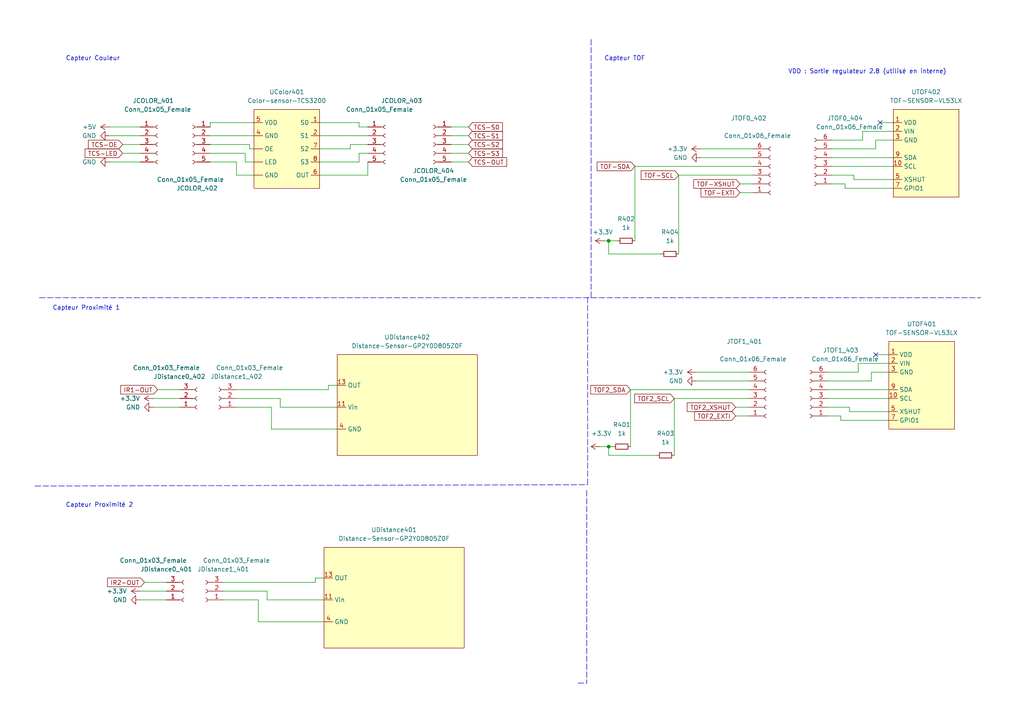
<source format=kicad_sch>
(kicad_sch (version 20211123) (generator eeschema)
  (paper "A4")
  (title_block (title "SENSORS") (date "2022-10-03") (rev "V1.0") (company "ENSEA"))
  (lib_symbols
    (symbol "Connector:Conn_01x03_Female" (pin_names (offset 1.016) hide)
      (property "Reference" "J" (at 0 5.08 0))
      (property "Value" "Conn_01x03_Female" (at 0 -5.08 0))
      (symbol "Conn_01x03_Female_1_1"
        (arc (start 0 -2.032) (mid -0.508 -2.54) (end 0 -3.048) (stroke (width 0.1524)))
        (polyline (pts (xy -1.27 -2.54) (xy -0.508 -2.54)) (stroke (width 0.1524)))
        (polyline (pts (xy -1.27 0) (xy -0.508 0)) (stroke (width 0.1524)))
        (polyline (pts (xy -1.27 2.54) (xy -0.508 2.54)) (stroke (width 0.1524)))
        (arc (start 0 0.508) (mid -0.508 0) (end 0 -0.508) (stroke (width 0.1524)))
        (arc (start 0 3.048) (mid -0.508 2.54) (end 0 2.032) (stroke (width 0.1524)))
        (pin passive line (at -5.08 2.54 0) (length 3.81) (name "Pin_1") (number "1"))
        (pin passive line (at -5.08 0 0) (length 3.81) (name "Pin_2") (number "2"))
        (pin passive line (at -5.08 -2.54 0) (length 3.81) (name "Pin_3") (number "3"))
      )
    )
    (symbol "Connector:Conn_01x05_Female" (pin_names (offset 1.016) hide)
      (property "Reference" "J" (at 0 7.62 0))
      (property "Value" "Conn_01x05_Female" (at 0 -7.62 0))
      (symbol "Conn_01x05_Female_1_1"
        (arc (start 0 -4.572) (mid -0.508 -5.08) (end 0 -5.588) (stroke (width 0.1524)))
        (arc (start 0 -2.032) (mid -0.508 -2.54) (end 0 -3.048) (stroke (width 0.1524)))
        (polyline (pts (xy -1.27 -5.08) (xy -0.508 -5.08)) (stroke (width 0.1524)))
        (polyline (pts (xy -1.27 -2.54) (xy -0.508 -2.54)) (stroke (width 0.1524)))
        (polyline (pts (xy -1.27 0) (xy -0.508 0)) (stroke (width 0.1524)))
        (polyline (pts (xy -1.27 2.54) (xy -0.508 2.54)) (stroke (width 0.1524)))
        (polyline (pts (xy -1.27 5.08) (xy -0.508 5.08)) (stroke (width 0.1524)))
        (arc (start 0 0.508) (mid -0.508 0) (end 0 -0.508) (stroke (width 0.1524)))
        (arc (start 0 3.048) (mid -0.508 2.54) (end 0 2.032) (stroke (width 0.1524)))
        (arc (start 0 5.588) (mid -0.508 5.08) (end 0 4.572) (stroke (width 0.1524)))
        (pin passive line (at -5.08 5.08 0) (length 3.81) (name "Pin_1") (number "1"))
        (pin passive line (at -5.08 2.54 0) (length 3.81) (name "Pin_2") (number "2"))
        (pin passive line (at -5.08 0 0) (length 3.81) (name "Pin_3") (number "3"))
        (pin passive line (at -5.08 -2.54 0) (length 3.81) (name "Pin_4") (number "4"))
        (pin passive line (at -5.08 -5.08 0) (length 3.81) (name "Pin_5") (number "5"))
      )
    )
    (symbol "Connector:Conn_01x06_Female" (pin_names (offset 1.016) hide)
      (property "Reference" "J" (at 0 7.62 0))
      (property "Value" "Conn_01x06_Female" (at 0 -10.16 0))
      (symbol "Conn_01x06_Female_1_1"
        (arc (start 0 -7.112) (mid -0.508 -7.62) (end 0 -8.128) (stroke (width 0.1524)))
        (arc (start 0 -4.572) (mid -0.508 -5.08) (end 0 -5.588) (stroke (width 0.1524)))
        (arc (start 0 -2.032) (mid -0.508 -2.54) (end 0 -3.048) (stroke (width 0.1524)))
        (polyline (pts (xy -1.27 -7.62) (xy -0.508 -7.62)) (stroke (width 0.1524)))
        (polyline (pts (xy -1.27 -5.08) (xy -0.508 -5.08)) (stroke (width 0.1524)))
        (polyline (pts (xy -1.27 -2.54) (xy -0.508 -2.54)) (stroke (width 0.1524)))
        (polyline (pts (xy -1.27 0) (xy -0.508 0)) (stroke (width 0.1524)))
        (polyline (pts (xy -1.27 2.54) (xy -0.508 2.54)) (stroke (width 0.1524)))
        (polyline (pts (xy -1.27 5.08) (xy -0.508 5.08)) (stroke (width 0.1524)))
        (arc (start 0 0.508) (mid -0.508 0) (end 0 -0.508) (stroke (width 0.1524)))
        (arc (start 0 3.048) (mid -0.508 2.54) (end 0 2.032) (stroke (width 0.1524)))
        (arc (start 0 5.588) (mid -0.508 5.08) (end 0 4.572) (stroke (width 0.1524)))
        (pin passive line (at -5.08 5.08 0) (length 3.81) (name "Pin_1") (number "1"))
        (pin passive line (at -5.08 2.54 0) (length 3.81) (name "Pin_2") (number "2"))
        (pin passive line (at -5.08 0 0) (length 3.81) (name "Pin_3") (number "3"))
        (pin passive line (at -5.08 -2.54 0) (length 3.81) (name "Pin_4") (number "4"))
        (pin passive line (at -5.08 -5.08 0) (length 3.81) (name "Pin_5") (number "5"))
        (pin passive line (at -5.08 -7.62 0) (length 3.81) (name "Pin_6") (number "6"))
      )
    )
    (symbol "Device:R_Small" (pin_numbers hide) (pin_names (offset 0.254) hide)
      (property "Reference" "R" (at 0.762 0.508 0))
      (property "Value" "R_Small" (at 0.762 -1.016 0))
      (symbol "R_Small_0_1"
        (rectangle (start -0.762 1.778) (end 0.762 -1.778) (stroke (width 0.2032)))
      )
      (symbol "R_Small_1_1"
        (pin passive line (at 0 2.54 270) (length 0.762) (name "~") (number "1"))
        (pin passive line (at 0 -2.54 90) (length 0.762) (name "~") (number "2"))
      )
    )
    (symbol "Distance-Sensor-GP2Y0D805Z0F_1"
      (property "Reference" "UDistance1" (at 0 2.54 0))
      (property "Value" "Distance-Sensor-GP2Y0D805Z0F_1" (at 0 0 0))
      (symbol "Distance-Sensor-GP2Y0D805Z0F_1_0_1"
        (rectangle (start -20.32 -2.54) (end 20.32 -31.75) (fill (type background)))
      )
      (symbol "Distance-Sensor-GP2Y0D805Z0F_1_1_1"
        (pin power_in line (at -20.32 -17.78 0) (length 2.54) (name "Vin") (number "11"))
        (pin output line (at -20.32 -11.43 0) (length 2.54) (name "OUT") (number "13"))
        (pin power_out line (at -20.32 -24.13 0) (length 2.54) (name "GND") (number "4"))
      )
    )
    (symbol "Sensors_Beerator:Color-sensor-TCS3200"
      (property "Reference" "UColor0" (at 1.905 0 0))
      (property "Value" "Color-sensor-TCS3200" (at 1.905 -2.54 0))
      (symbol "Color-sensor-TCS3200_0_1"
        (rectangle (start -7.62 -5.08) (end 11.43 -27.94) (fill (type background)))
      )
      (symbol "Color-sensor-TCS3200_1_1"
        (pin power_out line (at -7.62 -24.13 0) (length 2.54) (name "GND") (number ""))
        (pin input line (at -7.62 -20.32 0) (length 2.54) (name "LED") (number ""))
        (pin input line (at -7.62 -16.51 0) (length 2.54) (name "OE") (number ""))
        (pin input line (at 11.43 -8.89 180) (length 2.54) (name "S0") (number "1"))
        (pin input line (at 11.43 -12.7 180) (length 2.54) (name "S1") (number "2"))
        (pin power_out line (at -7.62 -12.7 0) (length 2.54) (name "GND") (number "4"))
        (pin power_in line (at -7.62 -8.89 0) (length 2.54) (name "VDD") (number "5"))
        (pin output line (at 11.43 -24.13 180) (length 2.54) (name "OUT") (number "6"))
        (pin input line (at 11.43 -16.51 180) (length 2.54) (name "S2") (number "7"))
        (pin input line (at 11.43 -20.32 180) (length 2.54) (name "S3") (number "8"))
      )
    )
    (symbol "TOF-SENSOR-VL53LX_1"
      (property "Reference" "UTOF0" (at -0.635 1.27 0))
      (property "Value" "TOF-SENSOR-VL53LX_1" (at -0.635 -1.27 0))
      (symbol "TOF-SENSOR-VL53LX_1_0_1"
        (rectangle (start -10.16 -3.81) (end 8.89 -29.21) (fill (type background)))
      )
      (symbol "TOF-SENSOR-VL53LX_1_1_1"
        (pin power_out line (at 8.89 -7.62 180) (length 2.54) (name "VDD") (number "1"))
        (pin input line (at 8.89 -20.32 180) (length 2.54) (name "SCL") (number "10"))
        (pin power_in line (at 8.89 -10.16 180) (length 2.54) (name "VIN") (number "2"))
        (pin power_out line (at 8.89 -12.7 180) (length 2.54) (name "GND") (number "3"))
        (pin input line (at 8.89 -24.13 180) (length 2.54) (name "XSHUT") (number "5"))
        (pin output line (at 8.89 -26.67 180) (length 2.54) (name "GPIO1") (number "7"))
        (pin bidirectional line (at 8.89 -17.78 180) (length 2.54) (name "SDA") (number "9"))
      )
    )
    (symbol "power:+3.3V" (power) (pin_names (offset 0))
      (property "Value" "+3.3V" (at 0 3.556 0))
      (symbol "+3.3V_0_1"
        (polyline (pts (xy -0.762 1.27) (xy 0 2.54)))
        (polyline (pts (xy 0 0) (xy 0 2.54)))
        (polyline (pts (xy 0 2.54) (xy 0.762 1.27)))
      )
      (symbol "+3.3V_1_1"
        (pin power_in line (at 0 0 90) (length 0) hide (name "+3.3V") (number "1"))
      )
    )
    (symbol "power:+5V" (power) (pin_names (offset 0))
      (property "Value" "+5V" (at 0 3.556 0))
      (symbol "+5V_0_1"
        (polyline (pts (xy -0.762 1.27) (xy 0 2.54)))
        (polyline (pts (xy 0 0) (xy 0 2.54)))
        (polyline (pts (xy 0 2.54) (xy 0.762 1.27)))
      )
      (symbol "+5V_1_1"
        (pin power_in line (at 0 0 90) (length 0) hide (name "+5V") (number "1"))
      )
    )
    (symbol "power:GND" (power) (pin_names (offset 0))
      (property "Value" "GND" (at 0 -3.81 0))
      (symbol "GND_0_1"
        (polyline (pts (xy 0 0) (xy 0 -1.27) (xy 1.27 -1.27) (xy 0 -2.54) (xy -1.27 -1.27) (xy 0 -1.27)))
      )
      (symbol "GND_1_1"
        (pin power_in line (at 0 0 270) (length 0) hide (name "GND") (number "1"))
      )
    )
  )
  (junction (at 176.53 129.54))
  (junction (at 176.53 69.85))
  (no_connect (at 254 102.87))
  (no_connect (at 255.27 35.56))
  (wire (pts (xy 201.93 107.95) (xy 217.17 107.95)))
  (wire (pts (xy 91.44 167.64) (xy 93.98 167.64)))
  (wire (pts (xy 195.58 115.57) (xy 195.58 132.08)))
  (wire (pts (xy 259.08 40.64) (xy 254 40.64)))
  (wire (pts (xy 78.74 124.46) (xy 97.79 124.46)))
  (wire (pts (xy 196.85 50.8) (xy 196.85 73.66)))
  (wire (pts (xy 101.6 43.18) (xy 101.6 41.91)))
  (wire (pts (xy 254 40.64) (xy 254 43.18)))
  (wire (pts (xy 130.81 46.99) (xy 135.89 46.99)))
  (wire (pts (xy 81.28 115.57) (xy 68.58 115.57)))
  (wire (pts (xy 243.84 121.92) (xy 243.84 120.65)))
  (wire (pts (xy 247.65 52.07) (xy 247.65 50.8)))
  (wire (pts (xy 248.92 107.95) (xy 240.03 107.95)))
  (wire (pts (xy 176.53 69.85) (xy 179.07 69.85)))
  (polyline (pts (xy 170.18 142.24) (xy 170.18 198.12)))
  (wire (pts (xy 247.65 50.8) (xy 241.3 50.8)))
  (wire (pts (xy 257.81 115.57) (xy 240.03 115.57)))
  (wire (pts (xy 95.25 111.76) (xy 97.79 111.76)))
  (wire (pts (xy 130.81 44.45) (xy 135.89 44.45)))
  (wire (pts (xy 196.85 50.8) (xy 218.44 50.8)))
  (wire (pts (xy 78.74 118.11) (xy 78.74 124.46)))
  (polyline (pts (xy 11.43 86.36) (xy 171.45 86.36)))
  (wire (pts (xy 31.75 46.99) (xy 40.64 46.99)))
  (wire (pts (xy 250.19 40.64) (xy 241.3 40.64)))
  (wire (pts (xy 73.66 46.99) (xy 71.12 46.99)))
  (polyline (pts (xy 171.45 86.36) (xy 284.48 86.36)))
  (wire (pts (xy 72.39 41.91) (xy 72.39 43.18)))
  (wire (pts (xy 40.64 173.99) (xy 48.26 173.99)))
  (wire (pts (xy 191.77 73.66) (xy 176.53 73.66)))
  (wire (pts (xy 104.14 36.83) (xy 106.68 36.83)))
  (wire (pts (xy 106.68 50.8) (xy 106.68 46.99)))
  (wire (pts (xy 176.53 129.54) (xy 177.8 129.54)))
  (wire (pts (xy 77.47 173.99) (xy 77.47 171.45)))
  (wire (pts (xy 92.71 43.18) (xy 101.6 43.18)))
  (wire (pts (xy 40.64 171.45) (xy 48.26 171.45)))
  (polyline (pts (xy 171.45 11.43) (xy 171.45 86.36)))
  (wire (pts (xy 41.91 168.91) (xy 48.26 168.91)))
  (wire (pts (xy 214.63 53.34) (xy 218.44 53.34)))
  (wire (pts (xy 173.99 129.54) (xy 176.53 129.54)))
  (wire (pts (xy 44.45 118.11) (xy 52.07 118.11)))
  (wire (pts (xy 95.25 113.03) (xy 95.25 111.76)))
  (wire (pts (xy 71.12 44.45) (xy 60.96 44.45)))
  (wire (pts (xy 190.5 132.08) (xy 176.53 132.08)))
  (wire (pts (xy 64.77 173.99) (xy 74.93 173.99)))
  (wire (pts (xy 104.14 35.56) (xy 104.14 36.83)))
  (wire (pts (xy 213.36 120.65) (xy 217.17 120.65)))
  (wire (pts (xy 182.88 113.03) (xy 217.17 113.03)))
  (wire (pts (xy 259.08 45.72) (xy 241.3 45.72)))
  (polyline (pts (xy 10.16 140.97) (xy 170.434 140.589)))
  (wire (pts (xy 72.39 43.18) (xy 73.66 43.18)))
  (wire (pts (xy 243.84 120.65) (xy 240.03 120.65)))
  (wire (pts (xy 176.53 132.08) (xy 176.53 129.54)))
  (wire (pts (xy 175.26 69.85) (xy 176.53 69.85)))
  (wire (pts (xy 35.56 41.91) (xy 40.64 41.91)))
  (wire (pts (xy 214.63 55.88) (xy 218.44 55.88)))
  (wire (pts (xy 257.81 121.92) (xy 243.84 121.92)))
  (wire (pts (xy 60.96 39.37) (xy 73.66 39.37)))
  (wire (pts (xy 245.11 53.34) (xy 241.3 53.34)))
  (wire (pts (xy 93.98 173.99) (xy 77.47 173.99)))
  (wire (pts (xy 92.71 39.37) (xy 106.68 39.37)))
  (wire (pts (xy 176.53 73.66) (xy 176.53 69.85)))
  (wire (pts (xy 130.81 41.91) (xy 135.89 41.91)))
  (wire (pts (xy 44.45 115.57) (xy 52.07 115.57)))
  (wire (pts (xy 203.2 45.72) (xy 218.44 45.72)))
  (wire (pts (xy 201.93 110.49) (xy 217.17 110.49)))
  (wire (pts (xy 259.08 48.26) (xy 241.3 48.26)))
  (wire (pts (xy 254 43.18) (xy 241.3 43.18)))
  (wire (pts (xy 257.81 119.38) (xy 246.38 119.38)))
  (wire (pts (xy 184.15 48.26) (xy 218.44 48.26)))
  (wire (pts (xy 130.81 39.37) (xy 135.89 39.37)))
  (wire (pts (xy 35.56 44.45) (xy 40.64 44.45)))
  (wire (pts (xy 91.44 168.91) (xy 91.44 167.64)))
  (wire (pts (xy 92.71 50.8) (xy 106.68 50.8)))
  (wire (pts (xy 195.58 115.57) (xy 217.17 115.57)))
  (wire (pts (xy 259.08 52.07) (xy 247.65 52.07)))
  (wire (pts (xy 68.58 118.11) (xy 78.74 118.11)))
  (wire (pts (xy 71.12 46.99) (xy 71.12 44.45)))
  (wire (pts (xy 257.81 107.95) (xy 252.73 107.95)))
  (wire (pts (xy 73.66 50.8) (xy 68.58 50.8)))
  (wire (pts (xy 252.73 110.49) (xy 240.03 110.49)))
  (wire (pts (xy 68.58 113.03) (xy 95.25 113.03)))
  (wire (pts (xy 45.72 113.03) (xy 52.07 113.03)))
  (wire (pts (xy 184.15 48.26) (xy 184.15 69.85)))
  (wire (pts (xy 31.75 36.83) (xy 40.64 36.83)))
  (wire (pts (xy 68.58 50.8) (xy 68.58 46.99)))
  (wire (pts (xy 257.81 113.03) (xy 240.03 113.03)))
  (wire (pts (xy 130.81 36.83) (xy 135.89 36.83)))
  (wire (pts (xy 104.14 46.99) (xy 104.14 44.45)))
  (wire (pts (xy 246.38 118.11) (xy 240.03 118.11)))
  (wire (pts (xy 68.58 46.99) (xy 60.96 46.99)))
  (wire (pts (xy 31.75 39.37) (xy 40.64 39.37)))
  (wire (pts (xy 92.71 46.99) (xy 104.14 46.99)))
  (wire (pts (xy 248.92 105.41) (xy 248.92 107.95)))
  (wire (pts (xy 203.2 43.18) (xy 218.44 43.18)))
  (wire (pts (xy 74.93 173.99) (xy 74.93 180.34)))
  (wire (pts (xy 97.79 118.11) (xy 81.28 118.11)))
  (wire (pts (xy 101.6 41.91) (xy 106.68 41.91)))
  (wire (pts (xy 104.14 44.45) (xy 106.68 44.45)))
  (wire (pts (xy 182.88 113.03) (xy 182.88 129.54)))
  (polyline (pts (xy 170.434 86.233) (xy 170.434 140.589)))
  (wire (pts (xy 64.77 168.91) (xy 91.44 168.91)))
  (wire (pts (xy 259.08 38.1) (xy 250.19 38.1)))
  (wire (pts (xy 250.19 38.1) (xy 250.19 40.64)))
  (wire (pts (xy 245.11 54.61) (xy 245.11 53.34)))
  (wire (pts (xy 73.66 35.56) (xy 60.96 35.56)))
  (wire (pts (xy 77.47 171.45) (xy 64.77 171.45)))
  (wire (pts (xy 257.81 102.87) (xy 254 102.87)))
  (wire (pts (xy 81.28 118.11) (xy 81.28 115.57)))
  (wire (pts (xy 259.08 35.56) (xy 255.27 35.56)))
  (wire (pts (xy 72.39 41.91) (xy 60.96 41.91)))
  (polyline (pts (xy 167.64 198.12) (xy 170.18 198.12)))
  (wire (pts (xy 246.38 119.38) (xy 246.38 118.11)))
  (wire (pts (xy 74.93 180.34) (xy 93.98 180.34)))
  (wire (pts (xy 257.81 105.41) (xy 248.92 105.41)))
  (wire (pts (xy 252.73 107.95) (xy 252.73 110.49)))
  (wire (pts (xy 60.96 35.56) (xy 60.96 36.83)))
  (wire (pts (xy 92.71 35.56) (xy 104.14 35.56)))
  (wire (pts (xy 213.36 118.11) (xy 217.17 118.11)))
  (wire (pts (xy 259.08 54.61) (xy 245.11 54.61)))
  (text "Capteur Proximité 1" (at 15.24 90.17 0) (effects (font (size 1.27 1.27)) (justify left bottom)))
  (text "Capteur TOF" (at 175.26 17.78 0) (effects (font (size 1.27 1.27)) (justify left bottom)))
  (text "Capteur Proximité 2" (at 19.05 147.32 0) (effects (font (size 1.27 1.27)) (justify left bottom)))
  (text "VDD : Sortie regulateur 2.8 (utilisé en interne)" (at 228.6 21.59 0) (effects (font (size 1.27 1.27)) (justify left bottom)))
  (text "Capteur Couleur" (at 19.05 17.78 0) (effects (font (size 1.27 1.27)) (justify left bottom)))
  (global_label "TCS-S1" (shape input) (at 135.89 39.37 0) (property "Intersheet References" "${INTERSHEET_REFS}" (effects hide)))
  (global_label "TOF-EXTI" (shape input) (at 214.63 55.88 180) (property "Intersheet References" "${INTERSHEET_REFS}" (effects hide)))
  (global_label "TCS-LED" (shape input) (at 35.56 44.45 180) (property "Intersheet References" "${INTERSHEET_REFS}" (effects hide)))
  (global_label "TCS-S3" (shape input) (at 135.89 44.45 0) (property "Intersheet References" "${INTERSHEET_REFS}" (effects hide)))
  (global_label "TOF-XSHUT" (shape input) (at 214.63 53.34 180) (property "Intersheet References" "${INTERSHEET_REFS}" (effects hide)))
  (global_label "TOF2_SCL" (shape input) (at 195.58 115.57 180) (property "Intersheet References" "${INTERSHEET_REFS}" (effects hide)))
  (global_label "TCS-S2" (shape input) (at 135.89 41.91 0) (property "Intersheet References" "${INTERSHEET_REFS}" (effects hide)))
  (global_label "TCS-S0" (shape input) (at 135.89 36.83 0) (property "Intersheet References" "${INTERSHEET_REFS}" (effects hide)))
  (global_label "TOF-SCL" (shape input) (at 196.85 50.8 180) (property "Intersheet References" "${INTERSHEET_REFS}" (effects hide)))
  (global_label "TOF2_EXTI" (shape input) (at 213.36 120.65 180) (property "Intersheet References" "${INTERSHEET_REFS}" (effects hide)))
  (global_label "TCS-OE" (shape input) (at 35.56 41.91 180) (property "Intersheet References" "${INTERSHEET_REFS}" (effects hide)))
  (global_label "IR1-OUT" (shape input) (at 45.72 113.03 180) (property "Intersheet References" "${INTERSHEET_REFS}" (effects hide)))
  (global_label "IR2-OUT" (shape input) (at 41.91 168.91 180) (property "Intersheet References" "${INTERSHEET_REFS}" (effects hide)))
  (global_label "TOF2_SDA" (shape input) (at 182.88 113.03 180) (property "Intersheet References" "${INTERSHEET_REFS}" (effects hide)))
  (global_label "TCS-OUT" (shape input) (at 135.89 46.99 0) (property "Intersheet References" "${INTERSHEET_REFS}" (effects hide)))
  (global_label "TOF2_XSHUT" (shape input) (at 213.36 118.11 180) (property "Intersheet References" "${INTERSHEET_REFS}" (effects hide)))
  (global_label "TOF-SDA" (shape input) (at 184.15 48.26 180) (property "Intersheet References" "${INTERSHEET_REFS}" (effects hide)))
  (symbol (lib_id "Connector:Conn_01x03_Female") (at 53.34 171.45 0) (mirror x) (unit 1)
    (property "Reference" "JDistance0_401" (at 48.26 165.1 0))
    (property "Value" "Conn_01x03_Female" (at 44.45 162.56 0))
    (property "Footprint" "Connector_JST:JST_XH_B3B-XH-AM_1x03_P2.50mm_Vertical" (effects hide))
  )
  (symbol (lib_id "Connector:Conn_01x06_Female") (at 222.25 115.57 0) (mirror x) (unit 1)
    (property "Reference" "JTOF1_401" (at 215.9 99.06 0))
    (property "Value" "Conn_01x06_Female" (at 218.44 104.14 0))
    (property "Footprint" "Connector_JST:JST_XH_B6B-XH-AM_1x06_P2.50mm_Vertical" (effects hide))
  )
  (symbol (lib_id "Connector:Conn_01x05_Female") (at 125.73 41.91 0) (mirror y) (unit 1)
    (property "Reference" "JCOLOR_404" (at 125.73 49.53 0))
    (property "Value" "Conn_01x05_Female" (at 125.73 52.07 0))
    (property "Footprint" "Connector_JST:JST_XH_B5B-XH-AM_1x05_P2.50mm_Vertical" (effects hide))
  )
  (symbol (lib_name "Distance-Sensor-GP2Y0D805Z0F_1") (lib_id "Sensors_Beerator:Distance-Sensor-GP2Y0D805Z0F") (at 118.11 100.33 0) (unit 1)
    (property "Reference" "UDistance402" (at 118.11 97.79 0))
    (property "Value" "Distance-Sensor-GP2Y0D805Z0F" (at 118.11 100.33 0))
  )
  (symbol (lib_id "power:GND") (at 31.75 39.37 270) (unit 1)
    (property "Reference" "#PWR0402" (effects hide))
    (property "Value" "GND" (at 27.94 39.3699 90) (effects (justify right)))
  )
  (symbol (lib_id "Connector:Conn_01x06_Female") (at 236.22 48.26 180) (unit 1)
    (property "Reference" "JTOF0_404" (at 245.11 34.29 0))
    (property "Value" "Conn_01x06_Female" (at 246.38 36.83 0))
  )
  (symbol (lib_name "Distance-Sensor-GP2Y0D805Z0F_1") (lib_id "Sensors_Beerator:Distance-Sensor-GP2Y0D805Z0F") (at 114.3 156.21 0) (unit 1)
    (property "Reference" "UDistance401" (at 114.3 153.67 0))
    (property "Value" "Distance-Sensor-GP2Y0D805Z0F" (at 114.3 156.21 0))
  )
  (symbol (lib_id "power:+3.3V") (at 175.26 69.85 90) (unit 1)
    (property "Reference" "#PWR0409" (effects hide))
    (property "Value" "+3.3V" (at 177.8 67.31 90) (effects (justify left)))
  )
  (symbol (lib_id "power:GND") (at 44.45 118.11 270) (unit 1)
    (property "Reference" "#PWR0407" (effects hide))
    (property "Value" "GND" (at 40.64 118.1099 90) (effects (justify right)))
  )
  (symbol (lib_id "power:+3.3V") (at 173.99 129.54 90) (unit 1)
    (property "Reference" "#PWR0408" (effects hide))
    (property "Value" "+3.3V" (at 171.45 125.73 90) (effects (justify right)))
  )
  (symbol (lib_id "power:GND") (at 201.93 110.49 270) (unit 1)
    (property "Reference" "#PWR0411" (effects hide))
    (property "Value" "GND" (at 198.12 110.4899 90) (effects (justify right)))
  )
  (symbol (lib_id "power:+5V") (at 31.75 36.83 90) (unit 1)
    (property "Reference" "#PWR0401" (effects hide))
    (property "Value" "+5V" (at 27.94 36.8299 90) (effects (justify left)))
  )
  (symbol (lib_id "Device:R_Small") (at 181.61 69.85 270) (unit 1)
    (property "Reference" "R402" (at 181.61 63.5 90))
    (property "Value" "1k" (at 181.61 66.04 90))
    (property "Footprint" "Resistor_SMD:R_0603_1608Metric_Pad0.98x0.95mm_HandSolder" (effects hide))
  )
  (symbol (lib_id "Connector:Conn_01x06_Female") (at 234.95 115.57 180) (unit 1)
    (property "Reference" "JTOF1_403" (at 243.84 101.6 0))
    (property "Value" "Conn_01x06_Female" (at 245.11 104.14 0))
  )
  (symbol (lib_id "Device:R_Small") (at 194.31 73.66 90) (unit 1)
    (property "Reference" "R404" (at 194.31 67.31 90))
    (property "Value" "1k" (at 194.31 69.85 90))
    (property "Footprint" "Resistor_SMD:R_0603_1608Metric_Pad0.98x0.95mm_HandSolder" (effects hide))
  )
  (symbol (lib_id "power:GND") (at 40.64 173.99 270) (unit 1)
    (property "Reference" "#PWR0405" (effects hide))
    (property "Value" "GND" (at 36.83 173.9899 90) (effects (justify right)))
  )
  (symbol (lib_id "Connector:Conn_01x05_Female") (at 55.88 41.91 0) (mirror y) (unit 1)
    (property "Reference" "JCOLOR_402" (at 57.15 54.61 0))
    (property "Value" "Conn_01x05_Female" (at 55.245 52.07 0))
  )
  (symbol (lib_id "power:+3.3V") (at 40.64 171.45 90) (unit 1)
    (property "Reference" "#PWR0404" (effects hide))
    (property "Value" "+3.3V" (at 36.83 171.4499 90) (effects (justify left)))
  )
  (symbol (lib_id "Sensors_Beerator:Color-sensor-TCS3200") (at 81.28 26.67 0) (unit 1)
    (property "Reference" "UColor401" (at 83.185 26.67 0))
    (property "Value" "Color-sensor-TCS3200" (at 83.185 29.21 0))
  )
  (symbol (lib_id "power:+3.3V") (at 44.45 115.57 90) (unit 1)
    (property "Reference" "#PWR0406" (effects hide))
    (property "Value" "+3.3V" (at 40.64 115.5699 90) (effects (justify left)))
  )
  (symbol (lib_id "Connector:Conn_01x05_Female") (at 45.72 41.91 0) (unit 1)
    (property "Reference" "JCOLOR_401" (at 44.45 29.21 0))
    (property "Value" "Conn_01x05_Female" (at 45.72 31.75 0))
    (property "Footprint" "Connector_JST:JST_XH_B5B-XH-AM_1x05_P2.50mm_Vertical" (effects hide))
  )
  (symbol (lib_id "power:GND") (at 31.75 46.99 270) (unit 1)
    (property "Reference" "#PWR0403" (effects hide))
    (property "Value" "GND" (at 27.94 46.9899 90) (effects (justify right)))
  )
  (symbol (lib_id "Device:R_Small") (at 180.34 129.54 90) (unit 1)
    (property "Reference" "R401" (at 180.34 123.19 90))
    (property "Value" "1k" (at 180.34 125.73 90))
    (property "Footprint" "Resistor_SMD:R_0603_1608Metric_Pad0.98x0.95mm_HandSolder" (effects hide))
  )
  (symbol (lib_id "Connector:Conn_01x03_Female") (at 59.69 171.45 180) (unit 1)
    (property "Reference" "JDistance1_401" (at 64.77 165.1 0))
    (property "Value" "Conn_01x03_Female" (at 68.58 162.56 0))
  )
  (symbol (lib_name "TOF-SENSOR-VL53LX_1") (lib_id "Sensors_Beerator:TOF-SENSOR-VL53LX") (at 267.97 27.94 0) (mirror y) (unit 1)
    (property "Reference" "UTOF402" (at 268.605 26.67 0))
    (property "Value" "TOF-SENSOR-VL53LX" (at 268.605 29.21 0))
  )
  (symbol (lib_id "Connector:Conn_01x06_Female") (at 223.52 50.8 0) (mirror x) (unit 1)
    (property "Reference" "JTOF0_402" (at 217.17 34.29 0))
    (property "Value" "Conn_01x06_Female" (at 219.71 39.37 0))
    (property "Footprint" "Connector_JST:JST_XH_B6B-XH-AM_1x06_P2.50mm_Vertical" (effects hide))
  )
  (symbol (lib_id "power:GND") (at 203.2 45.72 270) (unit 1)
    (property "Reference" "#PWR0413" (effects hide))
    (property "Value" "GND" (at 199.39 45.7199 90) (effects (justify right)))
  )
  (symbol (lib_id "Connector:Conn_01x03_Female") (at 57.15 115.57 0) (mirror x) (unit 1)
    (property "Reference" "JDistance0_402" (at 52.07 109.22 0))
    (property "Value" "Conn_01x03_Female" (at 48.26 106.68 0))
    (property "Footprint" "Connector_JST:JST_XH_B3B-XH-AM_1x03_P2.50mm_Vertical" (effects hide))
  )
  (symbol (lib_id "Connector:Conn_01x05_Female") (at 111.76 41.91 0) (unit 1)
    (property "Reference" "JCOLOR_403" (at 110.49 29.21 0) (effects (justify left)))
    (property "Value" "Conn_01x05_Female" (at 100.33 31.75 0) (effects (justify left)))
  )
  (symbol (lib_id "Connector:Conn_01x03_Female") (at 63.5 115.57 180) (unit 1)
    (property "Reference" "JDistance1_402" (at 68.58 109.22 0))
    (property "Value" "Conn_01x03_Female" (at 72.39 106.68 0))
  )
  (symbol (lib_id "power:+3.3V") (at 203.2 43.18 90) (unit 1)
    (property "Reference" "#PWR0412" (effects hide))
    (property "Value" "+3.3V" (at 199.39 43.1799 90) (effects (justify left)))
  )
  (symbol (lib_id "Device:R_Small") (at 193.04 132.08 270) (unit 1)
    (property "Reference" "R403" (at 193.04 125.73 90))
    (property "Value" "1k" (at 193.04 128.27 90))
    (property "Footprint" "Resistor_SMD:R_0603_1608Metric_Pad0.98x0.95mm_HandSolder" (effects hide))
  )
  (symbol (lib_id "power:+3.3V") (at 201.93 107.95 90) (unit 1)
    (property "Reference" "#PWR0410" (effects hide))
    (property "Value" "+3.3V" (at 198.12 107.9499 90) (effects (justify left)))
  )
  (symbol (lib_name "TOF-SENSOR-VL53LX_1") (lib_id "Sensors_Beerator:TOF-SENSOR-VL53LX") (at 266.7 95.25 0) (mirror y) (unit 1)
    (property "Reference" "UTOF401" (at 267.335 93.98 0))
    (property "Value" "TOF-SENSOR-VL53LX" (at 267.335 96.52 0))
  )
)
</source>
